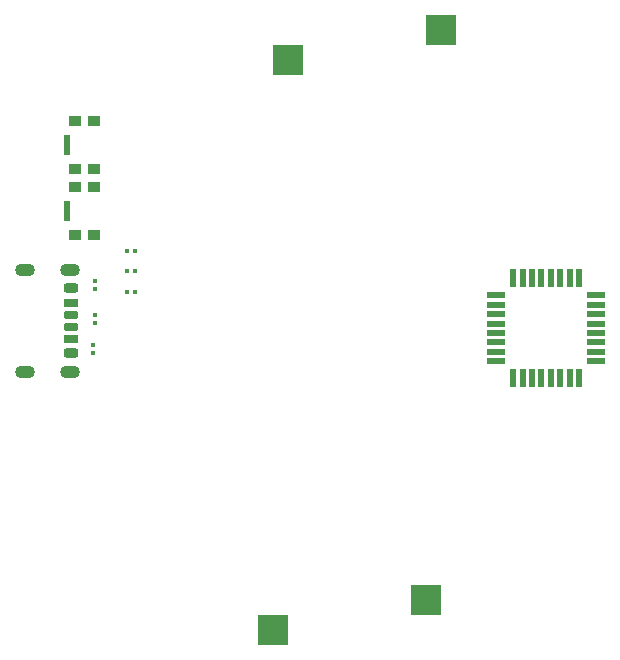
<source format=gbr>
%TF.GenerationSoftware,KiCad,Pcbnew,8.0.3*%
%TF.CreationDate,2024-07-23T23:43:33-05:00*%
%TF.ProjectId,kicad_timer,6b696361-645f-4746-996d-65722e6b6963,rev?*%
%TF.SameCoordinates,Original*%
%TF.FileFunction,Paste,Bot*%
%TF.FilePolarity,Positive*%
%FSLAX46Y46*%
G04 Gerber Fmt 4.6, Leading zero omitted, Abs format (unit mm)*
G04 Created by KiCad (PCBNEW 8.0.3) date 2024-07-23 23:43:33*
%MOMM*%
%LPD*%
G01*
G04 APERTURE LIST*
G04 Aperture macros list*
%AMRoundRect*
0 Rectangle with rounded corners*
0 $1 Rounding radius*
0 $2 $3 $4 $5 $6 $7 $8 $9 X,Y pos of 4 corners*
0 Add a 4 corners polygon primitive as box body*
4,1,4,$2,$3,$4,$5,$6,$7,$8,$9,$2,$3,0*
0 Add four circle primitives for the rounded corners*
1,1,$1+$1,$2,$3*
1,1,$1+$1,$4,$5*
1,1,$1+$1,$6,$7*
1,1,$1+$1,$8,$9*
0 Add four rect primitives between the rounded corners*
20,1,$1+$1,$2,$3,$4,$5,0*
20,1,$1+$1,$4,$5,$6,$7,0*
20,1,$1+$1,$6,$7,$8,$9,0*
20,1,$1+$1,$8,$9,$2,$3,0*%
G04 Aperture macros list end*
%ADD10R,2.550000X2.500000*%
%ADD11RoundRect,0.079500X-0.079500X-0.100500X0.079500X-0.100500X0.079500X0.100500X-0.079500X0.100500X0*%
%ADD12RoundRect,0.079500X-0.100500X0.079500X-0.100500X-0.079500X0.100500X-0.079500X0.100500X0.079500X0*%
%ADD13RoundRect,0.079500X0.079500X0.100500X-0.079500X0.100500X-0.079500X-0.100500X0.079500X-0.100500X0*%
%ADD14R,1.000000X0.900000*%
%ADD15R,0.550000X1.700000*%
%ADD16RoundRect,0.175000X0.425000X-0.175000X0.425000X0.175000X-0.425000X0.175000X-0.425000X-0.175000X0*%
%ADD17RoundRect,0.190000X-0.410000X0.190000X-0.410000X-0.190000X0.410000X-0.190000X0.410000X0.190000X0*%
%ADD18RoundRect,0.200000X-0.400000X0.200000X-0.400000X-0.200000X0.400000X-0.200000X0.400000X0.200000X0*%
%ADD19RoundRect,0.175000X-0.425000X0.175000X-0.425000X-0.175000X0.425000X-0.175000X0.425000X0.175000X0*%
%ADD20RoundRect,0.190000X0.410000X-0.190000X0.410000X0.190000X-0.410000X0.190000X-0.410000X-0.190000X0*%
%ADD21RoundRect,0.200000X0.400000X-0.200000X0.400000X0.200000X-0.400000X0.200000X-0.400000X-0.200000X0*%
%ADD22O,1.700000X1.100000*%
%ADD23R,1.600000X0.550000*%
%ADD24R,0.550000X1.600000*%
G04 APERTURE END LIST*
D10*
%TO.C,S3*%
X151143500Y-120121000D03*
X164070500Y-117581000D03*
%TD*%
D11*
%TO.C,R2*%
X138720000Y-89789000D03*
X139410000Y-89789000D03*
%TD*%
D12*
%TO.C,R5*%
X136017000Y-93508000D03*
X136017000Y-94198000D03*
%TD*%
D13*
%TO.C,R1*%
X139410000Y-88039000D03*
X138720000Y-88039000D03*
%TD*%
D10*
%TO.C,S2*%
X165327000Y-69394821D03*
X152400000Y-71934821D03*
%TD*%
D14*
%TO.C,S1*%
X134328000Y-82659000D03*
X134328000Y-86759000D03*
X135928000Y-82659000D03*
X135928000Y-86759000D03*
D15*
X133703000Y-84709000D03*
%TD*%
D12*
%TO.C,R4*%
X135890000Y-96048000D03*
X135890000Y-96738000D03*
%TD*%
%TO.C,R6*%
X136017000Y-90587000D03*
X136017000Y-91277000D03*
%TD*%
D14*
%TO.C,S4*%
X134328000Y-77071000D03*
X134328000Y-81171000D03*
X135928000Y-77071000D03*
X135928000Y-81171000D03*
D15*
X133703000Y-79121000D03*
%TD*%
D16*
%TO.C,J1*%
X133985000Y-94476000D03*
D17*
X133985000Y-92456000D03*
D18*
X133985000Y-91226000D03*
D19*
X133985000Y-93476000D03*
D20*
X133985000Y-95496000D03*
D21*
X133985000Y-96726000D03*
D22*
X130105000Y-98296000D03*
X133905000Y-98296000D03*
X130105000Y-89656000D03*
X133905000Y-89656000D03*
%TD*%
D23*
%TO.C,U2*%
X178494000Y-91815000D03*
X178494000Y-92615000D03*
X178494000Y-93415000D03*
X178494000Y-94215000D03*
X178494000Y-95015000D03*
X178494000Y-95815000D03*
X178494000Y-96615000D03*
X178494000Y-97415000D03*
D24*
X177044000Y-98865000D03*
X176244000Y-98865000D03*
X175444000Y-98865000D03*
X174644000Y-98865000D03*
X173844000Y-98865000D03*
X173044000Y-98865000D03*
X172244000Y-98865000D03*
X171444000Y-98865000D03*
D23*
X169994000Y-97415000D03*
X169994000Y-96615000D03*
X169994000Y-95815000D03*
X169994000Y-95015000D03*
X169994000Y-94215000D03*
X169994000Y-93415000D03*
X169994000Y-92615000D03*
X169994000Y-91815000D03*
D24*
X171444000Y-90365000D03*
X172244000Y-90365000D03*
X173044000Y-90365000D03*
X173844000Y-90365000D03*
X174644000Y-90365000D03*
X175444000Y-90365000D03*
X176244000Y-90365000D03*
X177044000Y-90365000D03*
%TD*%
D13*
%TO.C,R3*%
X139410000Y-91539000D03*
X138720000Y-91539000D03*
%TD*%
M02*

</source>
